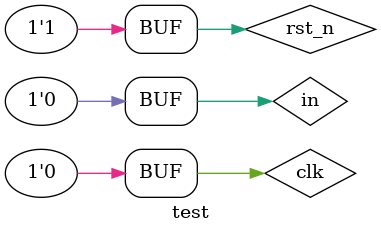
<source format=v>
`timescale 1ns / 1ps


module test;

	// Inputs
	reg clk;
	reg rst_n;
	reg in;

	// Outputs
	wire [14:0] display;
	wire [3:0] ftsd_ctl;
	wire [14:0] LEDs;
	wire ensign;

	// Instantiate the Unit Under Test (UUT)
	stopwatch uut (
		.display(display), 
		.ftsd_ctl(ftsd_ctl), 
		.clk(clk), 
		.rst_n(rst_n), 
		.in(in), 
		.LEDs(LEDs), 
		.ensign(ensign)
	);

	initial begin
		// Initialize Inputs
		clk = 0;
		rst_n = 0;
		in = 0;

		// Wait 100 ns for global reset to finish
		#100 

        
		// Add stimulus here
		#100 clk = 1;rst_n =1 ;in = 0;
		#100 clk = 0;rst_n =1 ;in = 0;
		#100 clk = 1;rst_n =1 ;in = 0;
		#100 clk = 0;rst_n =1 ;in = 0;
		#100 clk = 1;rst_n =1 ;in = 0;
		#100 clk = 0;rst_n =1 ;in = 0;
		#100 clk = 1;rst_n =1 ;in = 1;
		#100 clk = 0;rst_n =1 ;in = 1;
		#100 clk = 1;rst_n =1 ;in = 1;
		#100 clk = 0;rst_n =1 ;in = 1;
		#100 clk = 1;rst_n =1 ;in = 1;
		#100 clk = 0;rst_n =1 ;in = 1;
		#100 clk = 1;rst_n =1 ;in = 1;
		#100 clk = 0;rst_n =1 ;in = 1;
		#100 clk = 1;rst_n =1 ;in = 1;
		#100 clk = 0;rst_n =1 ;in = 1;
		#100 clk = 1;rst_n =1 ;in = 1;
		#100 clk = 0;rst_n =1 ;in = 1;
		#100 clk = 1;rst_n =1 ;in = 1;
		#100 clk = 0;rst_n =1 ;in = 1;
		#100 clk = 1;rst_n =1 ;in = 1;
		#100 clk = 0;rst_n =1 ;in = 1;
		#100 clk = 1;rst_n =1 ;in = 0;
		#100 clk = 0;rst_n =1 ;in = 0;
		#100 clk = 1;rst_n =1 ;in = 0;
		#100 clk = 0;rst_n =1 ;in = 0;
		#100 clk = 1;rst_n =1 ;in = 0;
		#100 clk = 0;rst_n =1 ;in = 0;
	end
      
endmodule


</source>
